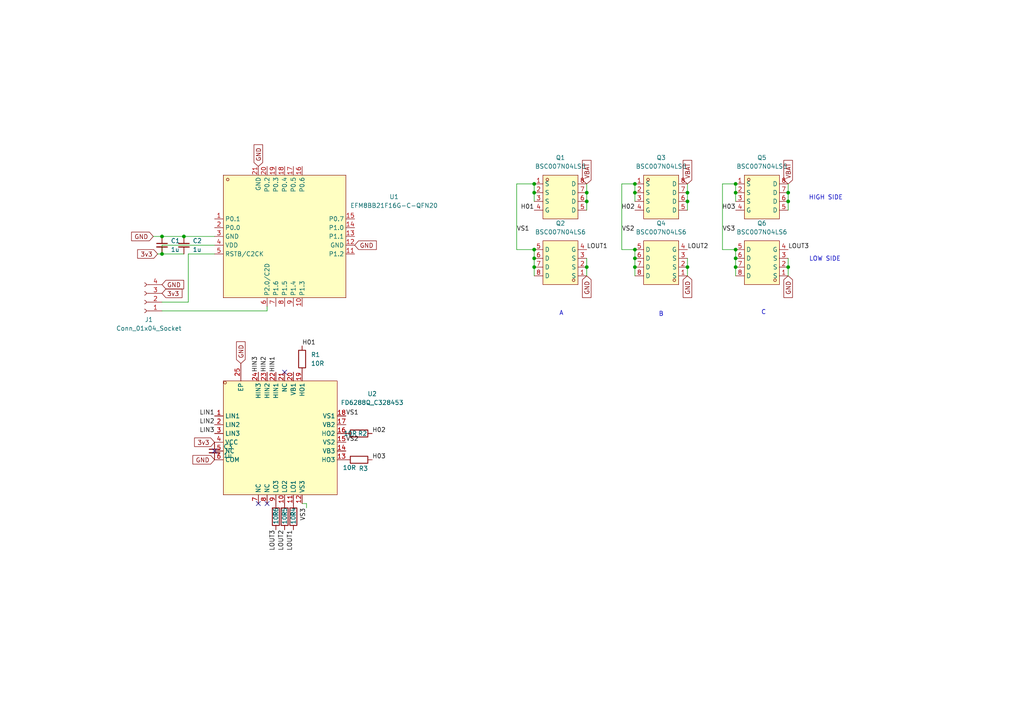
<source format=kicad_sch>
(kicad_sch (version 20250114) (generator "eeschema") (generator_version "9.0")
  (paper "A4")
  (lib_symbols
    (symbol "Connector:Conn_01x04_Socket" (pin_names (offset 1.016) (hide yes))
      (property "Reference" "J" (at 0 5.08 0))
      (property "Value" "Conn_01x04_Socket" (at 0 -7.62 0))
      (symbol "Conn_01x04_Socket_1_1"
        (polyline (pts (xy -1.27 2.54) (xy -0.508 2.54)) (stroke (width 0.1524)))
        (polyline (pts (xy -1.27 0) (xy -0.508 0)) (stroke (width 0.1524)))
        (polyline (pts (xy -1.27 -2.54) (xy -0.508 -2.54)) (stroke (width 0.1524)))
        (polyline (pts (xy -1.27 -5.08) (xy -0.508 -5.08)) (stroke (width 0.1524)))
        (arc (start 0 2.032) (mid -0.5058 2.54) (end 0 3.048) (stroke (width 0.1524)))
        (arc (start 0 -0.508) (mid -0.5058 0) (end 0 0.508) (stroke (width 0.1524)))
        (arc (start 0 -3.048) (mid -0.5058 -2.54) (end 0 -2.032) (stroke (width 0.1524)))
        (arc (start 0 -5.588) (mid -0.5058 -5.08) (end 0 -4.572) (stroke (width 0.1524)))
        (pin passive line (at -5.08 2.54 0) (length 3.81) (name "Pin_1") (number "1"))
        (pin passive line (at -5.08 0 0) (length 3.81) (name "Pin_2") (number "2"))
        (pin passive line (at -5.08 -2.54 0) (length 3.81) (name "Pin_3") (number "3"))
        (pin passive line (at -5.08 -5.08 0) (length 3.81) (name "Pin_4") (number "4"))
      )
    )
    (symbol "Device:C_Small" (pin_numbers (hide yes)) (pin_names (offset 0.254) (hide yes))
      (property "Reference" "C" (at 0.254 1.778 0))
      (property "Value" "C_Small" (at 0.254 -2.032 0))
      (symbol "C_Small_0_1"
        (polyline (pts (xy -1.524 0.508) (xy 1.524 0.508)) (stroke (width 0.3048)))
        (polyline (pts (xy -1.524 -0.508) (xy 1.524 -0.508)) (stroke (width 0.3302)))
      )
      (symbol "C_Small_1_1"
        (pin passive line (at 0 2.54 270) (length 2.032) (name "~") (number "1"))
        (pin passive line (at 0 -2.54 90) (length 2.032) (name "~") (number "2"))
      )
    )
    (symbol "Device:R" (pin_numbers (hide yes)) (pin_names (offset 0))
      (property "Reference" "R" (at 2.032 0 90))
      (property "Value" "R" (at 0 0 90))
      (symbol "R_0_1"
        (rectangle (start -1.016 -2.54) (end 1.016 2.54) (stroke (width 0.254)))
      )
      (symbol "R_1_1"
        (pin passive line (at 0 3.81 270) (length 1.27) (name "~") (number "1"))
        (pin passive line (at 0 -3.81 90) (length 1.27) (name "~") (number "2"))
      )
    )
    (symbol "easyeda2kicad:BSC007N04LS6"
      (property "Reference" "Q" (at 0 10.16 0))
      (property "Value" "BSC007N04LS6" (at 0 -7.62 0))
      (symbol "BSC007N04LS6_0_1"
        (rectangle (start -5.08 7.62) (end 5.08 -5.08) (fill (type background)))
        (circle (center -3.81 6.35) (radius 0.38))
        (pin unspecified line (at -7.62 5.08 0) (length 2.54) (name "S") (number "1"))
        (pin unspecified line (at -7.62 2.54 0) (length 2.54) (name "S") (number "2"))
        (pin unspecified line (at -7.62 0 0) (length 2.54) (name "S") (number "3"))
        (pin unspecified line (at -7.62 -2.54 0) (length 2.54) (name "G") (number "4"))
        (pin unspecified line (at 7.62 5.08 180) (length 2.54) (name "D") (number "8"))
        (pin unspecified line (at 7.62 2.54 180) (length 2.54) (name "D") (number "7"))
        (pin unspecified line (at 7.62 0 180) (length 2.54) (name "D") (number "6"))
        (pin unspecified line (at 7.62 -2.54 180) (length 2.54) (name "D") (number "5"))
      )
    )
    (symbol "easyeda2kicad:EFM8BB21F16G-C-QFN20"
      (property "Reference" "U" (at 0 25.4 0))
      (property "Value" "EFM8BB21F16G-C-QFN20" (at 0 -25.4 0))
      (symbol "EFM8BB21F16G-C-QFN20_0_1"
        (rectangle (start -17.78 17.78) (end 17.78 -17.78) (fill (type background)))
        (circle (center -16.51 16.51) (radius 0.38))
        (pin unspecified line (at -20.32 5.08 0) (length 2.54) (name "P0.1") (number "1"))
        (pin unspecified line (at -20.32 2.54 0) (length 2.54) (name "P0.0") (number "2"))
        (pin unspecified line (at -20.32 0 0) (length 2.54) (name "GND") (number "3"))
        (pin unspecified line (at -20.32 -2.54 0) (length 2.54) (name "VDD") (number "4"))
        (pin unspecified line (at -20.32 -5.08 0) (length 2.54) (name "RSTB/C2CK") (number "5"))
        (pin unspecified line (at -7.62 20.32 270) (length 2.54) (name "GND") (number "21"))
        (pin unspecified line (at -5.08 20.32 270) (length 2.54) (name "P0.2") (number "20"))
        (pin unspecified line (at -5.08 -20.32 90) (length 2.54) (name "P2.0/C2D") (number "6"))
        (pin unspecified line (at -2.54 20.32 270) (length 2.54) (name "P0.3") (number "19"))
        (pin unspecified line (at -2.54 -20.32 90) (length 2.54) (name "P1.6") (number "7"))
        (pin unspecified line (at 0 20.32 270) (length 2.54) (name "P0.4") (number "18"))
        (pin unspecified line (at 0 -20.32 90) (length 2.54) (name "P1.5") (number "8"))
        (pin unspecified line (at 2.54 20.32 270) (length 2.54) (name "P0.5") (number "17"))
        (pin unspecified line (at 2.54 -20.32 90) (length 2.54) (name "P1.4") (number "9"))
        (pin unspecified line (at 5.08 20.32 270) (length 2.54) (name "P0.6") (number "16"))
        (pin unspecified line (at 5.08 -20.32 90) (length 2.54) (name "P1.3") (number "10"))
        (pin unspecified line (at 20.32 5.08 180) (length 2.54) (name "P0.7") (number "15"))
        (pin unspecified line (at 20.32 2.54 180) (length 2.54) (name "P1.0") (number "14"))
        (pin unspecified line (at 20.32 0 180) (length 2.54) (name "P1.1") (number "13"))
        (pin unspecified line (at 20.32 -2.54 180) (length 2.54) (name "GND") (number "12"))
        (pin unspecified line (at 20.32 -5.08 180) (length 2.54) (name "P1.2") (number "11"))
      )
    )
    (symbol "easyeda2kicad:FD6288Q_C328453"
      (property "Reference" "U" (at 0 26.67 0))
      (property "Value" "FD6288Q_C328453" (at 0 -24.13 0))
      (symbol "FD6288Q_C328453_0_1"
        (rectangle (start -16.51 16.51) (end 16.51 -16.51) (fill (type background)))
        (circle (center -16 16) (radius 0.38))
        (pin unspecified line (at -19.05 6.35 0) (length 2.54) (name "LIN1") (number "1"))
        (pin unspecified line (at -19.05 3.81 0) (length 2.54) (name "LIN2") (number "2"))
        (pin unspecified line (at -19.05 1.27 0) (length 2.54) (name "LIN3") (number "3"))
        (pin unspecified line (at -19.05 -1.27 0) (length 2.54) (name "VCC") (number "4"))
        (pin unspecified line (at -19.05 -3.81 0) (length 2.54) (name "NC") (number "5"))
        (pin unspecified line (at -19.05 -6.35 0) (length 2.54) (name "COM") (number "6"))
        (pin unspecified line (at -11.43 21.59 270) (length 5.08) (name "EP") (number "25"))
        (pin unspecified line (at -6.35 19.05 270) (length 2.54) (name "HIN3") (number "24"))
        (pin unspecified line (at -6.35 -19.05 90) (length 2.54) (name "NC") (number "7"))
        (pin unspecified line (at -3.81 19.05 270) (length 2.54) (name "HIN2") (number "23"))
        (pin unspecified line (at -3.81 -19.05 90) (length 2.54) (name "NC") (number "8"))
        (pin unspecified line (at -1.27 19.05 270) (length 2.54) (name "HIN1") (number "22"))
        (pin unspecified line (at -1.27 -19.05 90) (length 2.54) (name "LO3") (number "9"))
        (pin unspecified line (at 1.27 19.05 270) (length 2.54) (name "NC") (number "21"))
        (pin unspecified line (at 1.27 -19.05 90) (length 2.54) (name "LO2") (number "10"))
        (pin unspecified line (at 3.81 19.05 270) (length 2.54) (name "VB1") (number "20"))
        (pin unspecified line (at 3.81 -19.05 90) (length 2.54) (name "LO1") (number "11"))
        (pin unspecified line (at 6.35 19.05 270) (length 2.54) (name "HO1") (number "19"))
        (pin unspecified line (at 6.35 -19.05 90) (length 2.54) (name "VS3") (number "12"))
        (pin unspecified line (at 19.05 6.35 180) (length 2.54) (name "VS1") (number "18"))
        (pin unspecified line (at 19.05 3.81 180) (length 2.54) (name "VB2") (number "17"))
        (pin unspecified line (at 19.05 1.27 180) (length 2.54) (name "HO2") (number "16"))
        (pin unspecified line (at 19.05 -1.27 180) (length 2.54) (name "VS2") (number "15"))
        (pin unspecified line (at 19.05 -3.81 180) (length 2.54) (name "VB3") (number "14"))
        (pin unspecified line (at 19.05 -6.35 180) (length 2.54) (name "HO3") (number "13"))
      )
    )
  )
  (text "LOW SIDE" (at 239.268 75.184 0) (effects (font (size 1.27 1.27))))
  (text "C" (at 221.488 90.678 0) (effects (font (size 1.27 1.27))))
  (text "HIGH SIDE" (at 239.522 57.404 0) (effects (font (size 1.27 1.27))))
  (text "A" (at 162.814 90.932 0) (effects (font (size 1.27 1.27))))
  (text "B" (at 191.77 91.186 0) (effects (font (size 1.27 1.27))))
  (junction (at 199.39 58.42))
  (junction (at 228.6 77.47))
  (junction (at 184.15 77.47))
  (junction (at 213.36 53.34))
  (junction (at 154.94 72.39))
  (junction (at 184.15 72.39))
  (junction (at 228.6 55.88))
  (junction (at 154.94 77.47))
  (junction (at 154.94 53.34))
  (junction (at 213.36 74.93))
  (junction (at 154.94 55.88))
  (junction (at 213.36 72.39))
  (junction (at 170.18 55.88))
  (junction (at 184.15 55.88))
  (junction (at 46.99 68.58))
  (junction (at 228.6 58.42))
  (junction (at 53.34 68.58))
  (junction (at 46.99 73.66))
  (junction (at 213.36 77.47))
  (junction (at 213.36 55.88))
  (junction (at 154.94 74.93))
  (junction (at 170.18 77.47))
  (junction (at 170.18 58.42))
  (junction (at 199.39 77.47))
  (junction (at 199.39 55.88))
  (junction (at 184.15 74.93))
  (junction (at 184.15 53.34))
  (no_connect (at 62.23 130.81))
  (no_connect (at 77.47 146.05))
  (no_connect (at 82.55 107.95))
  (no_connect (at 74.93 146.05))
  (wire (pts (xy 170.18 77.47) (xy 170.18 80.01)))
  (wire (pts (xy 213.36 53.34) (xy 213.36 55.88)))
  (wire (pts (xy 199.39 58.42) (xy 199.39 60.96)))
  (wire (pts (xy 77.47 90.17) (xy 77.47 88.9)))
  (wire (pts (xy 149.86 53.34) (xy 149.86 72.39)))
  (wire (pts (xy 170.18 74.93) (xy 170.18 77.47)))
  (wire (pts (xy 180.34 72.39) (xy 184.15 72.39)))
  (wire (pts (xy 184.15 53.34) (xy 184.15 55.88)))
  (wire (pts (xy 199.39 77.47) (xy 199.39 80.01)))
  (wire (pts (xy 154.94 74.93) (xy 154.94 77.47)))
  (wire (pts (xy 154.94 77.47) (xy 154.94 80.01)))
  (wire (pts (xy 184.15 74.93) (xy 184.15 77.47)))
  (wire (pts (xy 184.15 53.34) (xy 180.34 53.34)))
  (wire (pts (xy 199.39 74.93) (xy 199.39 77.47)))
  (wire (pts (xy 170.18 58.42) (xy 170.18 60.96)))
  (wire (pts (xy 54.61 73.66) (xy 54.61 87.63)))
  (wire (pts (xy 46.99 73.66) (xy 53.34 73.66)))
  (wire (pts (xy 199.39 53.34) (xy 199.39 55.88)))
  (wire (pts (xy 53.34 68.58) (xy 62.23 68.58)))
  (wire (pts (xy 209.55 53.34) (xy 209.55 72.39)))
  (wire (pts (xy 184.15 77.47) (xy 184.15 80.01)))
  (wire (pts (xy 87.63 146.05) (xy 88.9 146.05)))
  (wire (pts (xy 46.99 90.17) (xy 77.47 90.17)))
  (wire (pts (xy 154.94 55.88) (xy 154.94 58.42)))
  (wire (pts (xy 228.6 77.47) (xy 228.6 80.01)))
  (wire (pts (xy 154.94 53.34) (xy 154.94 55.88)))
  (wire (pts (xy 184.15 72.39) (xy 184.15 74.93)))
  (wire (pts (xy 228.6 55.88) (xy 228.6 58.42)))
  (wire (pts (xy 184.15 55.88) (xy 184.15 58.42)))
  (wire (pts (xy 213.36 53.34) (xy 209.55 53.34)))
  (wire (pts (xy 228.6 74.93) (xy 228.6 77.47)))
  (wire (pts (xy 46.99 68.58) (xy 53.34 68.58)))
  (wire (pts (xy 213.36 72.39) (xy 213.36 74.93)))
  (wire (pts (xy 62.23 71.12) (xy 46.99 71.12)))
  (wire (pts (xy 213.36 77.47) (xy 213.36 80.01)))
  (wire (pts (xy 88.9 146.05) (xy 88.9 147.32)))
  (wire (pts (xy 45.72 73.66) (xy 46.99 73.66)))
  (wire (pts (xy 180.34 53.34) (xy 180.34 72.39)))
  (wire (pts (xy 228.6 58.42) (xy 228.6 60.96)))
  (wire (pts (xy 170.18 53.34) (xy 170.18 55.88)))
  (wire (pts (xy 54.61 87.63) (xy 46.99 87.63)))
  (wire (pts (xy 199.39 55.88) (xy 199.39 58.42)))
  (wire (pts (xy 209.55 72.39) (xy 213.36 72.39)))
  (wire (pts (xy 213.36 74.93) (xy 213.36 77.47)))
  (wire (pts (xy 170.18 55.88) (xy 170.18 58.42)))
  (wire (pts (xy 149.86 72.39) (xy 154.94 72.39)))
  (wire (pts (xy 213.36 55.88) (xy 213.36 58.42)))
  (wire (pts (xy 46.99 71.12) (xy 46.99 73.66)))
  (wire (pts (xy 44.45 68.58) (xy 46.99 68.58)))
  (wire (pts (xy 154.94 72.39) (xy 154.94 74.93)))
  (wire (pts (xy 62.23 73.66) (xy 54.61 73.66)))
  (wire (pts (xy 228.6 53.34) (xy 228.6 55.88)))
  (wire (pts (xy 154.94 53.34) (xy 149.86 53.34)))
  (label "VS1" (at 149.86 67.31 0))
  (label "VS2" (at 100.33 128.27 0))
  (label "H02" (at 107.95 125.73 0))
  (label "VS3" (at 209.55 67.31 0))
  (label "LIN3" (at 62.23 125.73 180))
  (label "HIN2" (at 77.47 107.95 90))
  (label "HIN1" (at 80.01 107.95 90))
  (label "LOUT1" (at 85.09 153.67 270))
  (label "LIN2" (at 62.23 123.19 180))
  (label "H01" (at 154.94 60.96 180))
  (label "LOUT2" (at 199.39 72.39 0))
  (label "VS2" (at 180.34 67.31 0))
  (label "LOUT3" (at 80.01 153.67 270))
  (label "LOUT3" (at 228.6 72.39 0))
  (label "LOUT1" (at 170.18 72.39 0))
  (label "H03" (at 213.36 60.96 180))
  (label "VS3" (at 88.9 147.32 270))
  (label "LIN1" (at 62.23 120.65 180))
  (label "LOUT2" (at 82.55 153.67 270))
  (label "H02" (at 184.15 60.96 180))
  (label "VS1" (at 100.33 120.65 0))
  (label "H01" (at 87.63 100.33 0))
  (label "H03" (at 107.95 133.35 0))
  (label "HIN3" (at 74.93 107.95 90))
  (global_label "3v3" (shape input) (at 62.23 128.27 180) (property "Intersheetrefs" "${INTERSHEET_REFS}" (effects (hide yes))))
  (global_label "GND" (shape input) (at 46.99 82.55 0) (property "Intersheetrefs" "${INTERSHEET_REFS}" (effects (hide yes))))
  (global_label "GND" (shape input) (at 62.23 133.35 180) (property "Intersheetrefs" "${INTERSHEET_REFS}" (effects (hide yes))))
  (global_label "GND" (shape input) (at 170.18 80.01 270) (property "Intersheetrefs" "${INTERSHEET_REFS}" (effects (hide yes))))
  (global_label "3v3" (shape input) (at 46.99 85.09 0) (property "Intersheetrefs" "${INTERSHEET_REFS}" (effects (hide yes))))
  (global_label "VBAT" (shape input) (at 228.6 53.34 90) (property "Intersheetrefs" "${INTERSHEET_REFS}" (effects (hide yes))))
  (global_label "GND" (shape input) (at 44.45 68.58 180) (property "Intersheetrefs" "${INTERSHEET_REFS}" (effects (hide yes))))
  (global_label "GND" (shape input) (at 102.87 71.12 0) (property "Intersheetrefs" "${INTERSHEET_REFS}" (effects (hide yes))))
  (global_label "GND" (shape input) (at 228.6 80.01 270) (property "Intersheetrefs" "${INTERSHEET_REFS}" (effects (hide yes))))
  (global_label "3v3" (shape input) (at 45.72 73.66 180) (property "Intersheetrefs" "${INTERSHEET_REFS}" (effects (hide yes))))
  (global_label "GND" (shape input) (at 69.85 105.41 90) (property "Intersheetrefs" "${INTERSHEET_REFS}" (effects (hide yes))))
  (global_label "VBAT" (shape input) (at 199.39 53.34 90) (property "Intersheetrefs" "${INTERSHEET_REFS}" (effects (hide yes))))
  (global_label "GND" (shape input) (at 74.93 48.26 90) (property "Intersheetrefs" "${INTERSHEET_REFS}" (effects (hide yes))))
  (global_label "VBAT" (shape input) (at 170.18 53.34 90) (property "Intersheetrefs" "${INTERSHEET_REFS}" (effects (hide yes))))
  (global_label "GND" (shape input) (at 199.39 80.01 270) (property "Intersheetrefs" "${INTERSHEET_REFS}" (effects (hide yes))))
  (symbol (lib_id "Device:R") (at 80.01 149.86 0) (unit 1)
    (property "Reference" "R6" (at 80.01 149.86 90) (effects (justify left)))
    (property "Value" "10R" (at 80.01 152.146 90) (effects (justify left)))
    (property "Description" "Resistor" (effects (hide yes)))
  )
  (symbol (lib_id "easyeda2kicad:EFM8BB21F16G-C-QFN20") (at 82.55 68.58 0) (unit 1)
    (property "Reference" "U1" (at 114.3 57.0798 0))
    (property "Value" "EFM8BB21F16G-C-QFN20" (at 114.3 59.6198 0))
    (property "Footprint" "easyeda2kicad:QFN-20_L3.0-W3.0-P0.50-BL-EP1.7_EFM8BB21F16G" (effects (hide yes)))
    (property "Datasheet" "https://lcsc.com/product-detail/SILICON-LABS_SILICON-LABS_EFM8BB21F16G-C-QFN20_EFM8BB21F16G-C-QFN20_C80713.html" (effects (hide yes)))
    (property "LCSC Part" "C80713" (effects (hide yes)))
  )
  (symbol (lib_id "Device:R") (at 87.63 104.14 0) (unit 1)
    (property "Reference" "R1" (at 90.17 102.8699 0) (effects (justify left)))
    (property "Value" "10R" (at 90.17 105.4099 0) (effects (justify left)))
    (property "Description" "Resistor" (effects (hide yes)))
  )
  (symbol (lib_id "easyeda2kicad:BSC007N04LS6") (at 220.98 74.93 180) (unit 1)
    (property "Reference" "Q6" (at 220.98 64.77 0))
    (property "Value" "BSC007N04LS6" (at 220.98 67.31 0))
    (property "Footprint" "easyeda2kicad:PG-TDSON-8-FL_L5.0-W6.0-P1.27-LS6.2-BL" (effects (hide yes)))
    (property "Datasheet" "https://lcsc.com/product-detail/MOSFET_Infineon-Technologies-BSC007N04LS6_C534274.html" (effects (hide yes)))
    (property "LCSC Part" "C534274" (effects (hide yes)))
  )
  (symbol (lib_id "Device:R") (at 104.14 125.73 90) (unit 1)
    (property "Reference" "R2" (at 105.156 125.73 90))
    (property "Value" "10R" (at 101.6 125.73 90))
    (property "Description" "Resistor" (effects (hide yes)))
  )
  (symbol (lib_id "Connector:Conn_01x04_Socket") (at 41.91 87.63 180) (unit 1)
    (property "Reference" "J1" (at 43.18 92.71 0))
    (property "Value" "Conn_01x04_Socket" (at 43.18 95.25 0))
    (property "Description" "Generic connector, single row, 01x04, script generated" (effects (hide yes)))
  )
  (symbol (lib_id "easyeda2kicad:BSC007N04LS6") (at 220.98 58.42 0) (unit 1)
    (property "Reference" "Q5" (at 220.98 45.72 0))
    (property "Value" "BSC007N04LS6" (at 220.98 48.26 0))
    (property "Footprint" "easyeda2kicad:PG-TDSON-8-FL_L5.0-W6.0-P1.27-LS6.2-BL" (effects (hide yes)))
    (property "Datasheet" "https://lcsc.com/product-detail/MOSFET_Infineon-Technologies-BSC007N04LS6_C534274.html" (effects (hide yes)))
    (property "LCSC Part" "C534274" (effects (hide yes)))
  )
  (symbol (lib_id "Device:C_Small") (at 62.23 130.81 0) (unit 1)
    (property "Reference" "C3" (at 64.77 129.5462 0) (effects (justify left)))
    (property "Value" "1u" (at 64.77 132.0862 0) (effects (justify left)))
    (property "Description" "Unpolarized capacitor, small symbol" (effects (hide yes)))
  )
  (symbol (lib_id "easyeda2kicad:BSC007N04LS6") (at 191.77 58.42 0) (unit 1)
    (property "Reference" "Q3" (at 191.77 45.72 0))
    (property "Value" "BSC007N04LS6" (at 191.77 48.26 0))
    (property "Footprint" "easyeda2kicad:PG-TDSON-8-FL_L5.0-W6.0-P1.27-LS6.2-BL" (effects (hide yes)))
    (property "Datasheet" "https://lcsc.com/product-detail/MOSFET_Infineon-Technologies-BSC007N04LS6_C534274.html" (effects (hide yes)))
    (property "LCSC Part" "C534274" (effects (hide yes)))
  )
  (symbol (lib_id "Device:C_Small") (at 53.34 71.12 0) (unit 1)
    (property "Reference" "C2" (at 55.88 69.8562 0) (effects (justify left)))
    (property "Value" "1u" (at 55.88 72.3962 0) (effects (justify left)))
    (property "Description" "Unpolarized capacitor, small symbol" (effects (hide yes)))
  )
  (symbol (lib_id "Device:R") (at 82.55 149.86 0) (unit 1)
    (property "Reference" "R5" (at 82.55 149.86 90) (effects (justify left)))
    (property "Value" "10R" (at 82.55 152.146 90) (effects (justify left)))
    (property "Description" "Resistor" (effects (hide yes)))
  )
  (symbol (lib_id "easyeda2kicad:BSC007N04LS6") (at 162.56 74.93 180) (unit 1)
    (property "Reference" "Q2" (at 162.56 64.77 0))
    (property "Value" "BSC007N04LS6" (at 162.56 67.31 0))
    (property "Footprint" "easyeda2kicad:PG-TDSON-8-FL_L5.0-W6.0-P1.27-LS6.2-BL" (effects (hide yes)))
    (property "Datasheet" "https://lcsc.com/product-detail/MOSFET_Infineon-Technologies-BSC007N04LS6_C534274.html" (effects (hide yes)))
    (property "LCSC Part" "C534274" (effects (hide yes)))
  )
  (symbol (lib_id "Device:R") (at 104.14 133.35 90) (unit 1)
    (property "Reference" "R3" (at 105.41 135.89 90))
    (property "Value" "10R" (at 101.346 135.636 90))
    (property "Description" "Resistor" (effects (hide yes)))
  )
  (symbol (lib_id "easyeda2kicad:BSC007N04LS6") (at 191.77 74.93 180) (unit 1)
    (property "Reference" "Q4" (at 191.77 64.77 0))
    (property "Value" "BSC007N04LS6" (at 191.77 67.31 0))
    (property "Footprint" "easyeda2kicad:PG-TDSON-8-FL_L5.0-W6.0-P1.27-LS6.2-BL" (effects (hide yes)))
    (property "Datasheet" "https://lcsc.com/product-detail/MOSFET_Infineon-Technologies-BSC007N04LS6_C534274.html" (effects (hide yes)))
    (property "LCSC Part" "C534274" (effects (hide yes)))
  )
  (symbol (lib_id "Device:C_Small") (at 46.99 71.12 0) (unit 1)
    (property "Reference" "C1" (at 49.53 69.8562 0) (effects (justify left)))
    (property "Value" "1u" (at 49.53 72.3962 0) (effects (justify left)))
    (property "Description" "Unpolarized capacitor, small symbol" (effects (hide yes)))
  )
  (symbol (lib_id "Device:R") (at 85.09 149.86 0) (unit 1)
    (property "Reference" "R4" (at 85.09 149.86 90) (effects (justify left)))
    (property "Value" "10R" (at 85.09 152.146 90) (effects (justify left)))
    (property "Description" "Resistor" (effects (hide yes)))
  )
  (symbol (lib_id "easyeda2kicad:FD6288Q_C328453") (at 81.28 127 0) (unit 1)
    (property "Reference" "U2" (at 107.95 114.2298 0))
    (property "Value" "FD6288Q_C328453" (at 107.95 116.7698 0))
    (property "Footprint" "easyeda2kicad:QFN-24_L4.0-W4.0-P0.50-BL-EP2.6" (effects (hide yes)))
    (property "Datasheet" "https://lcsc.com/product-detail/Others_Fortior-Tech-FD6288Q_C328453.html" (effects (hide yes)))
    (property "LCSC Part" "C328453" (effects (hide yes)))
  )
  (symbol (lib_id "easyeda2kicad:BSC007N04LS6") (at 162.56 58.42 0) (unit 1)
    (property "Reference" "Q1" (at 162.56 45.72 0))
    (property "Value" "BSC007N04LS6" (at 162.56 48.26 0))
    (property "Footprint" "easyeda2kicad:PG-TDSON-8-FL_L5.0-W6.0-P1.27-LS6.2-BL" (effects (hide yes)))
    (property "Datasheet" "https://lcsc.com/product-detail/MOSFET_Infineon-Technologies-BSC007N04LS6_C534274.html" (effects (hide yes)))
    (property "LCSC Part" "C534274" (effects (hide yes)))
  )
)
</source>
